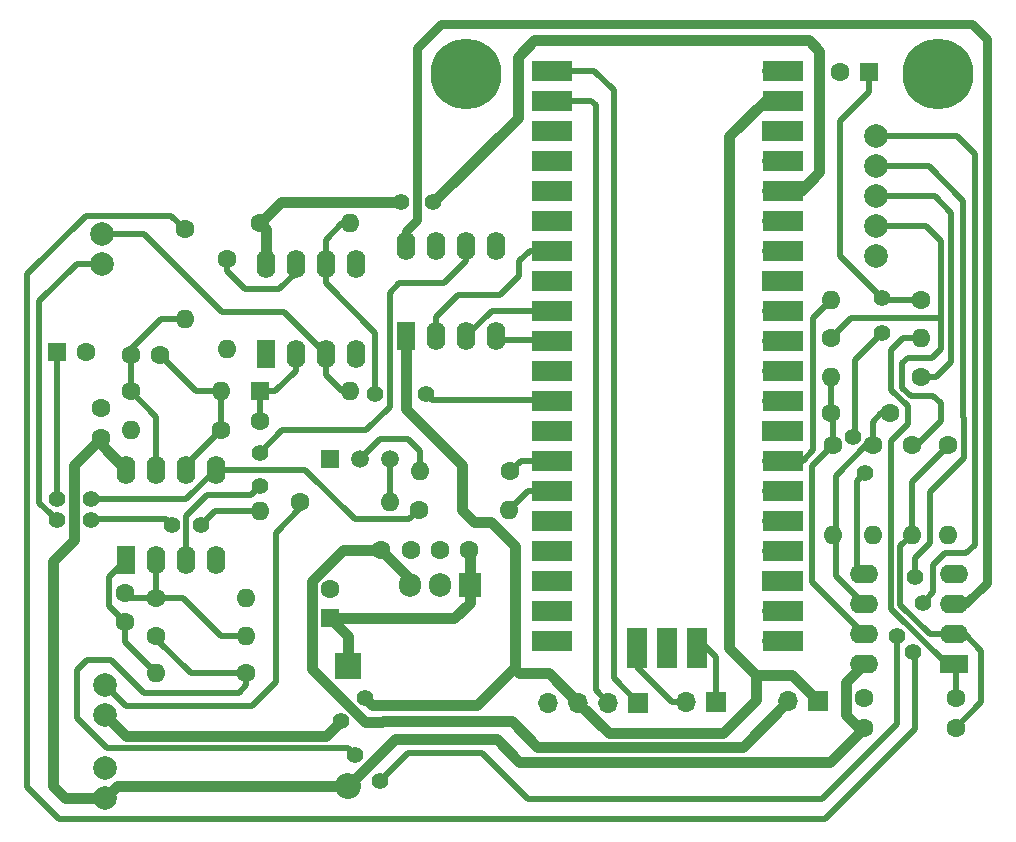
<source format=gtl>
G04 #@! TF.GenerationSoftware,KiCad,Pcbnew,8.0.5*
G04 #@! TF.CreationDate,2024-09-14T22:06:27+02:00*
G04 #@! TF.ProjectId,midi2cv,6d696469-3263-4762-9e6b-696361645f70,rev?*
G04 #@! TF.SameCoordinates,Original*
G04 #@! TF.FileFunction,Copper,L1,Top*
G04 #@! TF.FilePolarity,Positive*
%FSLAX46Y46*%
G04 Gerber Fmt 4.6, Leading zero omitted, Abs format (unit mm)*
G04 Created by KiCad (PCBNEW 8.0.5) date 2024-09-14 22:06:27*
%MOMM*%
%LPD*%
G01*
G04 APERTURE LIST*
G04 #@! TA.AperFunction,ComponentPad*
%ADD10C,1.600000*%
G04 #@! TD*
G04 #@! TA.AperFunction,ComponentPad*
%ADD11R,1.600000X2.400000*%
G04 #@! TD*
G04 #@! TA.AperFunction,ComponentPad*
%ADD12O,1.600000X2.400000*%
G04 #@! TD*
G04 #@! TA.AperFunction,ComponentPad*
%ADD13O,1.600000X1.600000*%
G04 #@! TD*
G04 #@! TA.AperFunction,ComponentPad*
%ADD14C,2.000000*%
G04 #@! TD*
G04 #@! TA.AperFunction,ComponentPad*
%ADD15R,1.600000X1.600000*%
G04 #@! TD*
G04 #@! TA.AperFunction,ComponentPad*
%ADD16C,6.000000*%
G04 #@! TD*
G04 #@! TA.AperFunction,ComponentPad*
%ADD17O,2.400000X1.600000*%
G04 #@! TD*
G04 #@! TA.AperFunction,ComponentPad*
%ADD18R,2.400000X1.600000*%
G04 #@! TD*
G04 #@! TA.AperFunction,ComponentPad*
%ADD19R,1.700000X1.700000*%
G04 #@! TD*
G04 #@! TA.AperFunction,ComponentPad*
%ADD20O,1.700000X1.700000*%
G04 #@! TD*
G04 #@! TA.AperFunction,ComponentPad*
%ADD21O,1.905000X2.000000*%
G04 #@! TD*
G04 #@! TA.AperFunction,ComponentPad*
%ADD22R,1.905000X2.000000*%
G04 #@! TD*
G04 #@! TA.AperFunction,ComponentPad*
%ADD23R,2.200000X2.200000*%
G04 #@! TD*
G04 #@! TA.AperFunction,ComponentPad*
%ADD24O,2.200000X2.200000*%
G04 #@! TD*
G04 #@! TA.AperFunction,ComponentPad*
%ADD25C,1.500000*%
G04 #@! TD*
G04 #@! TA.AperFunction,ComponentPad*
%ADD26R,1.500000X1.500000*%
G04 #@! TD*
G04 #@! TA.AperFunction,SMDPad,CuDef*
%ADD27R,1.700000X3.500000*%
G04 #@! TD*
G04 #@! TA.AperFunction,SMDPad,CuDef*
%ADD28R,3.500000X1.700000*%
G04 #@! TD*
G04 #@! TA.AperFunction,ViaPad*
%ADD29C,1.422400*%
G04 #@! TD*
G04 #@! TA.AperFunction,Conductor*
%ADD30C,0.508000*%
G04 #@! TD*
G04 #@! TA.AperFunction,Conductor*
%ADD31C,0.889000*%
G04 #@! TD*
G04 #@! TA.AperFunction,Conductor*
%ADD32C,0.750000*%
G04 #@! TD*
G04 APERTURE END LIST*
D10*
X139960528Y-86673867D03*
X144960528Y-86673867D03*
D11*
X80274000Y-99075000D03*
D12*
X82814000Y-99075000D03*
X85354000Y-99075000D03*
X87894000Y-99075000D03*
X87894000Y-91455000D03*
X85354000Y-91455000D03*
X82814000Y-91455000D03*
X80274000Y-91455000D03*
D10*
X85217000Y-71120000D03*
D13*
X85217000Y-78740000D03*
D10*
X80645000Y-84836000D03*
D13*
X88265000Y-84836000D03*
D10*
X88265000Y-88138000D03*
D13*
X80645000Y-88138000D03*
X112649000Y-94869000D03*
D10*
X105029000Y-94869000D03*
D13*
X139954000Y-77089000D03*
D10*
X147574000Y-77089000D03*
X90424000Y-108712000D03*
D13*
X82804000Y-108712000D03*
X90424000Y-105537000D03*
D10*
X82804000Y-105537000D03*
X82804000Y-102362000D03*
D13*
X90424000Y-102362000D03*
D14*
X143764000Y-63246000D03*
X143764000Y-65786000D03*
X143764000Y-68326000D03*
X143764000Y-70866000D03*
X143764000Y-73406000D03*
D10*
X78105000Y-88753000D03*
X78105000Y-86253000D03*
X80665000Y-81788000D03*
X83165000Y-81788000D03*
D15*
X74382621Y-81534000D03*
D10*
X76882621Y-81534000D03*
D15*
X143168379Y-57785000D03*
D10*
X140668379Y-57785000D03*
X80137000Y-104374000D03*
X80137000Y-101874000D03*
D16*
X149000000Y-58000000D03*
D13*
X140081000Y-96960867D03*
D10*
X140081000Y-89340867D03*
D17*
X142714868Y-107941129D03*
X142714868Y-105401129D03*
X142714868Y-102861129D03*
X142714868Y-100321129D03*
X150334868Y-100321129D03*
X150334868Y-102861129D03*
X150334868Y-105401129D03*
D18*
X150334868Y-107941129D03*
D19*
X138876458Y-111070643D03*
D20*
X136336458Y-111070643D03*
X116016458Y-111197643D03*
X118556458Y-111197643D03*
X121096458Y-111197643D03*
D19*
X123636458Y-111197643D03*
D14*
X78486000Y-119253000D03*
X78486000Y-116713000D03*
D10*
X101874000Y-98298000D03*
X104374000Y-98298000D03*
D16*
X109000000Y-58000000D03*
D10*
X109327000Y-98298000D03*
X106827000Y-98298000D03*
D13*
X147560528Y-80323867D03*
D10*
X139940528Y-80323867D03*
X97536000Y-101552379D03*
D15*
X97536000Y-104052379D03*
D14*
X78247230Y-74015237D03*
X78247230Y-71475237D03*
D21*
X104267000Y-101219000D03*
X106807000Y-101219000D03*
D22*
X109347000Y-101219000D03*
D10*
X146798528Y-89340867D03*
D13*
X146798528Y-96960867D03*
X102616000Y-94234000D03*
D10*
X94996000Y-94234000D03*
D23*
X99060000Y-108077000D03*
D24*
X99060000Y-118237000D03*
D25*
X102616000Y-90551000D03*
X100076000Y-90551000D03*
D26*
X97536000Y-90551000D03*
D14*
X78486000Y-112268000D03*
X78486000Y-109728000D03*
D13*
X139934967Y-83615908D03*
D10*
X147554967Y-83615908D03*
D13*
X143496528Y-96960867D03*
D10*
X143496528Y-89340867D03*
X149860000Y-89340867D03*
D13*
X149860000Y-96960867D03*
X91567000Y-94996000D03*
D10*
X91567000Y-87376000D03*
X91564061Y-70612000D03*
D13*
X99184061Y-70612000D03*
D10*
X88770061Y-73660000D03*
D13*
X88770061Y-81280000D03*
D27*
X128619440Y-106597000D03*
D20*
X128619440Y-105697000D03*
D27*
X126079440Y-106597000D03*
D19*
X126079440Y-105697000D03*
D27*
X123539440Y-106597000D03*
D20*
X123539440Y-105697000D03*
D28*
X135869440Y-57667000D03*
D20*
X134969440Y-57667000D03*
D28*
X135869440Y-60207000D03*
D20*
X134969440Y-60207000D03*
D28*
X135869440Y-62747000D03*
D19*
X134969440Y-62747000D03*
D28*
X135869440Y-65287000D03*
D20*
X134969440Y-65287000D03*
D28*
X135869440Y-67827000D03*
D20*
X134969440Y-67827000D03*
D28*
X135869440Y-70367000D03*
D20*
X134969440Y-70367000D03*
D28*
X135869440Y-72907000D03*
D20*
X134969440Y-72907000D03*
D28*
X135869440Y-75447000D03*
D19*
X134969440Y-75447000D03*
D28*
X135869440Y-77987000D03*
D20*
X134969440Y-77987000D03*
D28*
X135869440Y-80527000D03*
D20*
X134969440Y-80527000D03*
D28*
X135869440Y-83067000D03*
D20*
X134969440Y-83067000D03*
D28*
X135869440Y-85607000D03*
D20*
X134969440Y-85607000D03*
D28*
X135869440Y-88147000D03*
D19*
X134969440Y-88147000D03*
D28*
X135869440Y-90687000D03*
D20*
X134969440Y-90687000D03*
D28*
X135869440Y-93227000D03*
D20*
X134969440Y-93227000D03*
D28*
X135869440Y-95767000D03*
D20*
X134969440Y-95767000D03*
D28*
X135869440Y-98307000D03*
D20*
X134969440Y-98307000D03*
D28*
X135869440Y-100847000D03*
D19*
X134969440Y-100847000D03*
D28*
X135869440Y-103387000D03*
D20*
X134969440Y-103387000D03*
D28*
X135869440Y-105927000D03*
D20*
X134969440Y-105927000D03*
D28*
X116289440Y-105927000D03*
D20*
X117189440Y-105927000D03*
D28*
X116289440Y-103387000D03*
D20*
X117189440Y-103387000D03*
D28*
X116289440Y-100847000D03*
D19*
X117189440Y-100847000D03*
D28*
X116289440Y-98307000D03*
D20*
X117189440Y-98307000D03*
D28*
X116289440Y-95767000D03*
D20*
X117189440Y-95767000D03*
D28*
X116289440Y-93227000D03*
D20*
X117189440Y-93227000D03*
D28*
X116289440Y-90687000D03*
D20*
X117189440Y-90687000D03*
D28*
X116289440Y-88147000D03*
D19*
X117189440Y-88147000D03*
D28*
X116289440Y-85607000D03*
D20*
X117189440Y-85607000D03*
D28*
X116289440Y-83067000D03*
D20*
X117189440Y-83067000D03*
D28*
X116289440Y-80527000D03*
D20*
X117189440Y-80527000D03*
D28*
X116289440Y-77987000D03*
D20*
X117189440Y-77987000D03*
D28*
X116289440Y-75447000D03*
D19*
X117189440Y-75447000D03*
D28*
X116289440Y-72907000D03*
D20*
X117189440Y-72907000D03*
D28*
X116289440Y-70367000D03*
D20*
X117189440Y-70367000D03*
D28*
X116289440Y-67827000D03*
D20*
X117189440Y-67827000D03*
D28*
X116289440Y-65287000D03*
D20*
X117189440Y-65287000D03*
D28*
X116289440Y-62747000D03*
D19*
X117189440Y-62747000D03*
D28*
X116289440Y-60207000D03*
D20*
X117189440Y-60207000D03*
D28*
X116289440Y-57667000D03*
D20*
X117189440Y-57667000D03*
D10*
X150481528Y-113323867D03*
X150481528Y-110823867D03*
X112776000Y-91567000D03*
D13*
X105156000Y-91567000D03*
D10*
X142734528Y-110823867D03*
X142734528Y-113323867D03*
D13*
X99184061Y-84836000D03*
D15*
X91564061Y-84836000D03*
D19*
X130235458Y-111127643D03*
D20*
X127695458Y-111127643D03*
D11*
X103971417Y-80152000D03*
D12*
X106511417Y-80152000D03*
X109051417Y-80152000D03*
X111591417Y-80152000D03*
X111591417Y-72532000D03*
X109051417Y-72532000D03*
X106511417Y-72532000D03*
X103971417Y-72532000D03*
X92072061Y-74041000D03*
X94612061Y-74041000D03*
X97152061Y-74041000D03*
X99692061Y-74041000D03*
X99692061Y-81661000D03*
X97152061Y-81661000D03*
X94612061Y-81661000D03*
D11*
X92072061Y-81661000D03*
D29*
X146884434Y-106861566D03*
X147701000Y-102743000D03*
X142825763Y-91771763D03*
X144272000Y-79857600D03*
X141816279Y-88706590D03*
X144272000Y-76962000D03*
X147066000Y-100584000D03*
X101727000Y-117856000D03*
X145531013Y-105508145D03*
X99632731Y-115634731D03*
X74383900Y-95681803D03*
X77254100Y-95681803D03*
X77254100Y-93980000D03*
X74383900Y-93980000D03*
X84109400Y-96139000D03*
X86598600Y-96139000D03*
X91567000Y-92837000D03*
X91567000Y-90043000D03*
X98426230Y-112774770D03*
X100519269Y-110808731D03*
X101346000Y-85090000D03*
X105664000Y-85090000D03*
X103505000Y-68834000D03*
X106267600Y-68834000D03*
D30*
X141986000Y-82143600D02*
X144272000Y-79857600D01*
X141816279Y-88706590D02*
X141986000Y-88536869D01*
X141986000Y-88536869D02*
X141986000Y-82143600D01*
X149211528Y-78613000D02*
X149211528Y-72122528D01*
X147955000Y-70866000D02*
X143764000Y-70866000D01*
X149211528Y-72122528D02*
X147955000Y-70866000D01*
X147701000Y-102743000D02*
X148590000Y-101854000D01*
X148590000Y-101854000D02*
X148590000Y-99568000D01*
X148590000Y-99568000D02*
X149606000Y-98552000D01*
X149606000Y-98552000D02*
X151384000Y-98552000D01*
X151384000Y-98552000D02*
X152094328Y-97841672D01*
X152094328Y-97841672D02*
X152094328Y-64718328D01*
X150622000Y-63246000D02*
X143764000Y-63246000D01*
X152094328Y-64718328D02*
X150622000Y-63246000D01*
X147066000Y-100584000D02*
X147066000Y-98933000D01*
X147066000Y-98933000D02*
X148336000Y-97663000D01*
X151193400Y-90487600D02*
X151193400Y-87058400D01*
X148336000Y-97663000D02*
X148336000Y-93345000D01*
X151130000Y-86995000D02*
X151130000Y-68707000D01*
X148336000Y-93345000D02*
X151193400Y-90487600D01*
X151193400Y-87058400D02*
X151130000Y-86995000D01*
X151130000Y-68707000D02*
X148209000Y-65786000D01*
X148209000Y-65786000D02*
X143764000Y-65786000D01*
X143764000Y-68326000D02*
X148717000Y-68326000D01*
X148840487Y-83615908D02*
X147554967Y-83615908D01*
X148717000Y-68326000D02*
X150114000Y-69723000D01*
X150114000Y-82342395D02*
X148840487Y-83615908D01*
X150114000Y-69723000D02*
X150114000Y-82342395D01*
X143764000Y-70866000D02*
X144145000Y-70485000D01*
X144272000Y-76962000D02*
X140716000Y-73406000D01*
X140716000Y-73406000D02*
X140716000Y-61976000D01*
X140716000Y-61976000D02*
X143168379Y-59523621D01*
X143168379Y-59523621D02*
X143168379Y-57785000D01*
X92939736Y-96798264D02*
X92939736Y-109451276D01*
X80264000Y-111506000D02*
X78486000Y-109728000D01*
X92939736Y-109451276D02*
X90885012Y-111506000D01*
X94996000Y-94234000D02*
X94996000Y-94742000D01*
X94996000Y-94742000D02*
X92939736Y-96798264D01*
X90885012Y-111506000D02*
X80264000Y-111506000D01*
D31*
X98426230Y-112774770D02*
X97155000Y-114046000D01*
X97155000Y-114046000D02*
X80264000Y-114046000D01*
X80264000Y-114046000D02*
X78486000Y-112268000D01*
X100519269Y-110808731D02*
X101089538Y-111379000D01*
X109982000Y-111379000D02*
X113093500Y-108267500D01*
X101089538Y-111379000D02*
X109982000Y-111379000D01*
D30*
X145531013Y-105508145D02*
X145542000Y-105519132D01*
X104140000Y-115443000D02*
X101727000Y-117856000D01*
X139192000Y-119380000D02*
X114300000Y-119380000D01*
X145542000Y-105519132D02*
X145542000Y-113030000D01*
X114300000Y-119380000D02*
X110363000Y-115443000D01*
X145542000Y-113030000D02*
X139192000Y-119380000D01*
X110363000Y-115443000D02*
X104140000Y-115443000D01*
X85217000Y-71120000D02*
X84038837Y-69941837D01*
X84038837Y-69941837D02*
X76870163Y-69941837D01*
X76870163Y-69941837D02*
X71882000Y-74930000D01*
X139446000Y-121031000D02*
X147066000Y-113411000D01*
X147066000Y-113411000D02*
X147066000Y-107043132D01*
X71882000Y-74930000D02*
X71882000Y-118364000D01*
X74549000Y-121031000D02*
X139446000Y-121031000D01*
X71882000Y-118364000D02*
X74549000Y-121031000D01*
X147066000Y-107043132D02*
X146884434Y-106861566D01*
X140081000Y-96960867D02*
X140321528Y-96720339D01*
X140321528Y-91961472D02*
X142942133Y-89340867D01*
X142942133Y-89340867D02*
X143496528Y-89340867D01*
X140321528Y-96720339D02*
X140321528Y-91961472D01*
X142714868Y-102861129D02*
X140321528Y-100467789D01*
X138303000Y-91118867D02*
X140081000Y-89340867D01*
X140321528Y-100467789D02*
X140321528Y-97201395D01*
X140321528Y-97201395D02*
X140081000Y-96960867D01*
X138303000Y-100989261D02*
X138303000Y-91118867D01*
X142714868Y-105401129D02*
X138303000Y-100989261D01*
X140081000Y-89340867D02*
X140081000Y-86794339D01*
X140081000Y-86794339D02*
X139960528Y-86673867D01*
X139954000Y-77089000D02*
X138430000Y-78613000D01*
X137532000Y-90687000D02*
X134969440Y-90687000D01*
X138430000Y-78613000D02*
X138430000Y-89789000D01*
X138430000Y-89789000D02*
X137532000Y-90687000D01*
X144272000Y-76962000D02*
X144399000Y-77089000D01*
X144399000Y-77089000D02*
X147574000Y-77089000D01*
X146798528Y-96960867D02*
X146798528Y-92515867D01*
X146798528Y-92515867D02*
X149860000Y-89454395D01*
X149860000Y-89454395D02*
X149860000Y-89340867D01*
D31*
X109347000Y-101219000D02*
X109347000Y-98318000D01*
X109347000Y-98318000D02*
X109327000Y-98298000D01*
X78486000Y-119253000D02*
X75057000Y-119253000D01*
X74041000Y-99187000D02*
X75819000Y-97409000D01*
X75057000Y-119253000D02*
X74041000Y-118237000D01*
X74041000Y-118237000D02*
X74041000Y-99187000D01*
X75819000Y-97409000D02*
X75819000Y-91039000D01*
X75819000Y-91039000D02*
X78105000Y-88753000D01*
X99060000Y-118237000D02*
X79502000Y-118237000D01*
X79502000Y-118237000D02*
X78486000Y-119253000D01*
D30*
X90424000Y-108712000D02*
X90424000Y-109728000D01*
X76073000Y-112458500D02*
X78676500Y-115062000D01*
X89789000Y-110363000D02*
X81788000Y-110363000D01*
X81788000Y-110363000D02*
X78994000Y-107569000D01*
X78994000Y-107569000D02*
X76962000Y-107569000D01*
X90424000Y-109728000D02*
X89789000Y-110363000D01*
X76073000Y-108458000D02*
X76073000Y-112458500D01*
X76962000Y-107569000D02*
X76073000Y-108458000D01*
X78676500Y-115062000D02*
X99060000Y-115062000D01*
X99060000Y-115062000D02*
X99632731Y-115634731D01*
X146798528Y-96960867D02*
X145821400Y-97937995D01*
X145821400Y-102924848D02*
X148297681Y-105401129D01*
X145821400Y-97937995D02*
X145821400Y-102924848D01*
X148297681Y-105401129D02*
X150334868Y-105401129D01*
X147560528Y-80323867D02*
X146036528Y-80323867D01*
X146036528Y-80323867D02*
X145034000Y-81326395D01*
X145034000Y-81326395D02*
X145034000Y-84679552D01*
X145034000Y-84679552D02*
X146431000Y-86076552D01*
X146431000Y-86076552D02*
X146431000Y-87599341D01*
X145034000Y-103251000D02*
X149724129Y-107941129D01*
X149724129Y-107941129D02*
X150334868Y-107941129D01*
X146431000Y-87599341D02*
X145034000Y-88996341D01*
X145034000Y-88996341D02*
X145034000Y-103251000D01*
X142163128Y-92434398D02*
X142825763Y-91771763D01*
X142163128Y-99769389D02*
X142163128Y-92434398D01*
X142714868Y-100321129D02*
X142163128Y-99769389D01*
X144960528Y-86673867D02*
X144212133Y-86673867D01*
X144212133Y-86673867D02*
X143496528Y-87389472D01*
X143496528Y-87389472D02*
X143496528Y-89340867D01*
X146798528Y-89340867D02*
X147260133Y-89340867D01*
X149225000Y-87376000D02*
X149225000Y-85852000D01*
X146685000Y-85217000D02*
X145972927Y-84504927D01*
X149225000Y-85852000D02*
X148590000Y-85217000D01*
X148449528Y-81974867D02*
X149211528Y-81212867D01*
X148590000Y-85217000D02*
X146685000Y-85217000D01*
X147260133Y-89340867D02*
X149225000Y-87376000D01*
X145972927Y-84504927D02*
X145972927Y-82419468D01*
X145972927Y-82419468D02*
X146417528Y-81974867D01*
X146417528Y-81974867D02*
X148449528Y-81974867D01*
X149211528Y-81212867D02*
X149211528Y-78613000D01*
X74383900Y-95681803D02*
X73926697Y-95224600D01*
X72898000Y-77216000D02*
X76098763Y-74015237D01*
X73926697Y-95224600D02*
X73868369Y-95224600D01*
X73868369Y-95224600D02*
X72898000Y-94254231D01*
X72898000Y-94254231D02*
X72898000Y-77216000D01*
X76098763Y-74015237D02*
X78247230Y-74015237D01*
X91567000Y-87376000D02*
X91567000Y-84838939D01*
X91567000Y-84838939D02*
X91564061Y-84836000D01*
D31*
X78105000Y-88753000D02*
X78105000Y-89286000D01*
X78105000Y-89286000D02*
X80274000Y-91455000D01*
D30*
X77254100Y-95681803D02*
X77304903Y-95631000D01*
X77304903Y-95631000D02*
X83601400Y-95631000D01*
X83601400Y-95631000D02*
X84109400Y-96139000D01*
X74382621Y-90384621D02*
X74382621Y-93978721D01*
X74382621Y-93978721D02*
X74383900Y-93980000D01*
X85369000Y-93980000D02*
X87894000Y-91455000D01*
X77254100Y-93980000D02*
X85369000Y-93980000D01*
X97152061Y-81661000D02*
X93596061Y-78105000D01*
X88392000Y-78105000D02*
X81762237Y-71475237D01*
X93596061Y-78105000D02*
X88392000Y-78105000D01*
X81762237Y-71475237D02*
X78247230Y-71475237D01*
X91567000Y-94996000D02*
X87741600Y-94996000D01*
X87741600Y-94996000D02*
X86598600Y-96139000D01*
X74382621Y-90384621D02*
X74382621Y-81534000D01*
X82804000Y-102362000D02*
X80625000Y-102362000D01*
X80625000Y-102362000D02*
X80137000Y-101874000D01*
X82804000Y-108712000D02*
X80137000Y-106045000D01*
X80137000Y-106045000D02*
X80137000Y-104374000D01*
X80274000Y-99075000D02*
X78803600Y-100545400D01*
X78803600Y-100545400D02*
X78803600Y-103040600D01*
X78803600Y-103040600D02*
X80137000Y-104374000D01*
X90424000Y-108712000D02*
X85725000Y-108712000D01*
X85725000Y-108712000D02*
X82804000Y-105791000D01*
X82804000Y-105791000D02*
X82804000Y-105537000D01*
X82804000Y-102362000D02*
X85090000Y-102362000D01*
X88265000Y-105537000D02*
X90424000Y-105537000D01*
X85090000Y-102362000D02*
X88265000Y-105537000D01*
X82814000Y-102352000D02*
X82804000Y-102362000D01*
X82814000Y-99075000D02*
X82814000Y-102352000D01*
X109051417Y-72532000D02*
X109051417Y-73828583D01*
X109051417Y-73828583D02*
X107188000Y-75692000D01*
X107188000Y-75692000D02*
X103378000Y-75692000D01*
X103378000Y-75692000D02*
X102590600Y-76479400D01*
X93472000Y-88138000D02*
X91567000Y-90043000D01*
X102590600Y-76479400D02*
X102590600Y-86131400D01*
X102590600Y-86131400D02*
X100584000Y-88138000D01*
X100584000Y-88138000D02*
X93472000Y-88138000D01*
X91567000Y-92837000D02*
X90805000Y-93599000D01*
X90805000Y-93599000D02*
X87122000Y-93599000D01*
X87122000Y-93599000D02*
X85354000Y-95367000D01*
X85354000Y-95367000D02*
X85354000Y-99075000D01*
X101346000Y-85090000D02*
X101346000Y-79883000D01*
X101346000Y-79883000D02*
X97152061Y-75689061D01*
X97152061Y-75689061D02*
X97152061Y-74041000D01*
X88265000Y-84836000D02*
X86213000Y-84836000D01*
X86213000Y-84836000D02*
X83165000Y-81788000D01*
X88265000Y-88138000D02*
X88265000Y-84836000D01*
X85354000Y-91455000D02*
X85354000Y-91049000D01*
X85354000Y-91049000D02*
X88265000Y-88138000D01*
X80665000Y-81788000D02*
X80665000Y-81260000D01*
X80665000Y-81260000D02*
X83185000Y-78740000D01*
X83185000Y-78740000D02*
X85217000Y-78740000D01*
X80645000Y-84836000D02*
X80645000Y-81808000D01*
X80645000Y-81808000D02*
X80665000Y-81788000D01*
X82814000Y-91455000D02*
X82814000Y-87005000D01*
X82814000Y-87005000D02*
X80645000Y-84836000D01*
X105029000Y-94869000D02*
X104229001Y-95668999D01*
X104229001Y-95668999D02*
X99605999Y-95668999D01*
X99605999Y-95668999D02*
X95392000Y-91455000D01*
X95392000Y-91455000D02*
X87894000Y-91455000D01*
X112649000Y-94869000D02*
X114291000Y-93227000D01*
X114291000Y-93227000D02*
X117189440Y-93227000D01*
D31*
X113093500Y-108267500D02*
X113157000Y-108204000D01*
X113157000Y-108204000D02*
X113157000Y-97917000D01*
X108712000Y-94869000D02*
X108712000Y-91059000D01*
X111125000Y-95885000D02*
X109728000Y-95885000D01*
X109728000Y-95885000D02*
X108712000Y-94869000D01*
X113157000Y-97917000D02*
X111125000Y-95885000D01*
X108712000Y-91059000D02*
X103971417Y-86318417D01*
X103971417Y-86318417D02*
X103971417Y-80152000D01*
D30*
X102616000Y-94234000D02*
X102616000Y-90551000D01*
X150481528Y-113323867D02*
X152654000Y-111151395D01*
X152654000Y-111151395D02*
X152654000Y-106812261D01*
X152654000Y-106812261D02*
X151242868Y-105401129D01*
X151242868Y-105401129D02*
X150334868Y-105401129D01*
D31*
X99060000Y-118237000D02*
X102997000Y-114300000D01*
X102997000Y-114300000D02*
X111633000Y-114300000D01*
X111633000Y-114300000D02*
X113538000Y-116205000D01*
X139853395Y-116205000D02*
X142734528Y-113323867D01*
X113538000Y-116205000D02*
X139853395Y-116205000D01*
X101874000Y-98298000D02*
X98635258Y-98298000D01*
X132446701Y-114960400D02*
X136336458Y-111070643D01*
X96012100Y-100921158D02*
X96012100Y-108331100D01*
X100495100Y-112814100D02*
X101940438Y-112814100D01*
X101978538Y-112776000D02*
X112903000Y-112776000D01*
X115087400Y-114960400D02*
X132446701Y-114960400D01*
X98635258Y-98298000D02*
X96012100Y-100921158D01*
X96012100Y-108331100D02*
X100495100Y-112814100D01*
X101940438Y-112814100D02*
X101978538Y-112776000D01*
X112903000Y-112776000D02*
X115087400Y-114960400D01*
D32*
X153148528Y-101024867D02*
X153148528Y-92215472D01*
X153148528Y-92215472D02*
X153162000Y-92202000D01*
D30*
X139940528Y-80323867D02*
X141651395Y-78613000D01*
X141651395Y-78613000D02*
X149211528Y-78613000D01*
X139960528Y-86673867D02*
X139960528Y-83641469D01*
X139960528Y-83641469D02*
X139934967Y-83615908D01*
D32*
X103971417Y-72532000D02*
X103971417Y-71288583D01*
X103971417Y-71288583D02*
X104902000Y-70358000D01*
X104902000Y-70358000D02*
X104902000Y-55753000D01*
X106934000Y-53721000D02*
X151892000Y-53721000D01*
X104902000Y-55753000D02*
X106934000Y-53721000D01*
X153148528Y-101024867D02*
X151312266Y-102861129D01*
X151892000Y-53721000D02*
X153162000Y-54991000D01*
X153162000Y-54991000D02*
X153162000Y-92202000D01*
X151312266Y-102861129D02*
X150334868Y-102861129D01*
D31*
X113538000Y-108712000D02*
X113093500Y-108267500D01*
D30*
X121096458Y-111197643D02*
X120015000Y-110116185D01*
X120015000Y-110116185D02*
X120015000Y-60579000D01*
X120015000Y-60579000D02*
X119643000Y-60207000D01*
X119643000Y-60207000D02*
X117189440Y-60207000D01*
X123636458Y-111197643D02*
X121539000Y-109100185D01*
X121539000Y-109100185D02*
X121539000Y-59309000D01*
X119897000Y-57667000D02*
X117189440Y-57667000D01*
X121539000Y-59309000D02*
X119897000Y-57667000D01*
X117189440Y-85607000D02*
X117180440Y-85598000D01*
X117180440Y-85598000D02*
X106172000Y-85598000D01*
X106172000Y-85598000D02*
X105664000Y-85090000D01*
D31*
X118556458Y-111197643D02*
X116070815Y-108712000D01*
X116070815Y-108712000D02*
X113538000Y-108712000D01*
D30*
X117189440Y-90687000D02*
X113656000Y-90687000D01*
X113656000Y-90687000D02*
X112776000Y-91567000D01*
X105156000Y-91567000D02*
X105156000Y-89916000D01*
X105156000Y-89916000D02*
X104140000Y-88900000D01*
X101727000Y-88900000D02*
X100076000Y-90551000D01*
X104140000Y-88900000D02*
X101727000Y-88900000D01*
D31*
X121150815Y-113792000D02*
X130810000Y-113792000D01*
X118556458Y-111197643D02*
X121150815Y-113792000D01*
X130810000Y-113792000D02*
X133604000Y-110998000D01*
X133604000Y-110998000D02*
X133604000Y-108839000D01*
X134969440Y-60207000D02*
X134361640Y-60207000D01*
X131318000Y-63250640D02*
X131318000Y-106553000D01*
X131318000Y-106553000D02*
X133604000Y-108839000D01*
X136644815Y-108839000D02*
X138876458Y-111070643D01*
X133604000Y-108839000D02*
X136644815Y-108839000D01*
X134361640Y-60207000D02*
X131318000Y-63250640D01*
X106267600Y-68834000D02*
X113411000Y-61690600D01*
X114808000Y-55118000D02*
X138049000Y-55118000D01*
X113411000Y-61690600D02*
X113411000Y-56515000D01*
X113411000Y-56515000D02*
X114808000Y-55118000D01*
X138049000Y-55118000D02*
X138938000Y-56007000D01*
X138938000Y-56007000D02*
X138938000Y-66266240D01*
X138938000Y-66266240D02*
X137377240Y-67827000D01*
X137377240Y-67827000D02*
X134969440Y-67827000D01*
X93342061Y-68834000D02*
X103505000Y-68834000D01*
X91564061Y-70612000D02*
X93342061Y-68834000D01*
X92072061Y-74041000D02*
X92072061Y-71120000D01*
X92072061Y-71120000D02*
X91564061Y-70612000D01*
X104267000Y-101219000D02*
X104267000Y-100691000D01*
X104267000Y-100691000D02*
X101874000Y-98298000D01*
X97536000Y-104052379D02*
X108037621Y-104052379D01*
X108037621Y-104052379D02*
X109347000Y-102743000D01*
X109347000Y-102743000D02*
X109347000Y-101219000D01*
X99060000Y-108077000D02*
X99060000Y-105576379D01*
X99060000Y-105576379D02*
X97536000Y-104052379D01*
D30*
X127695458Y-111127643D02*
X126493377Y-111127643D01*
X126493377Y-111127643D02*
X123539440Y-108173706D01*
X123539440Y-108173706D02*
X123539440Y-105697000D01*
X130235458Y-111127643D02*
X130235458Y-107313018D01*
X130235458Y-107313018D02*
X128619440Y-105697000D01*
X99184061Y-84836000D02*
X98554061Y-84836000D01*
X98554061Y-84836000D02*
X97152061Y-83434000D01*
X97152061Y-83434000D02*
X97152061Y-81661000D01*
X91564061Y-84836000D02*
X92872061Y-84836000D01*
X92872061Y-84836000D02*
X94612061Y-83096000D01*
X94612061Y-83096000D02*
X94612061Y-81661000D01*
X88770061Y-73660000D02*
X88770061Y-74671000D01*
X88770061Y-74671000D02*
X90284061Y-76185000D01*
X90284061Y-76185000D02*
X93205061Y-76185000D01*
X94612061Y-74778000D02*
X94612061Y-74041000D01*
X93205061Y-76185000D02*
X94612061Y-74778000D01*
X99184061Y-70612000D02*
X98524061Y-70612000D01*
X98524061Y-70612000D02*
X97152061Y-71984000D01*
X97152061Y-71984000D02*
X97152061Y-74041000D01*
X117189440Y-80527000D02*
X117180440Y-80518000D01*
X117180440Y-80518000D02*
X111957417Y-80518000D01*
X111957417Y-80518000D02*
X111591417Y-80152000D01*
X106511417Y-80152000D02*
X106511417Y-78549600D01*
X108353017Y-76708000D02*
X111887000Y-76708000D01*
X111887000Y-76708000D02*
X113538000Y-75057000D01*
X113538000Y-73787000D02*
X114418000Y-72907000D01*
X114418000Y-72907000D02*
X117189440Y-72907000D01*
X106511417Y-78549600D02*
X108353017Y-76708000D01*
X113538000Y-75057000D02*
X113538000Y-73787000D01*
X109051417Y-80152000D02*
X111216417Y-77987000D01*
X111216417Y-77987000D02*
X117189440Y-77987000D01*
X150481528Y-110823867D02*
X150481528Y-108087789D01*
X150481528Y-108087789D02*
X150334868Y-107941129D01*
D31*
X142734528Y-113323867D02*
X142333528Y-113323867D01*
X142333528Y-113323867D02*
X141210628Y-112200967D01*
X141210628Y-109445369D02*
X142714868Y-107941129D01*
X141210628Y-112200967D02*
X141210628Y-109445369D01*
D30*
X139940528Y-80323867D02*
X139940528Y-79919580D01*
M02*

</source>
